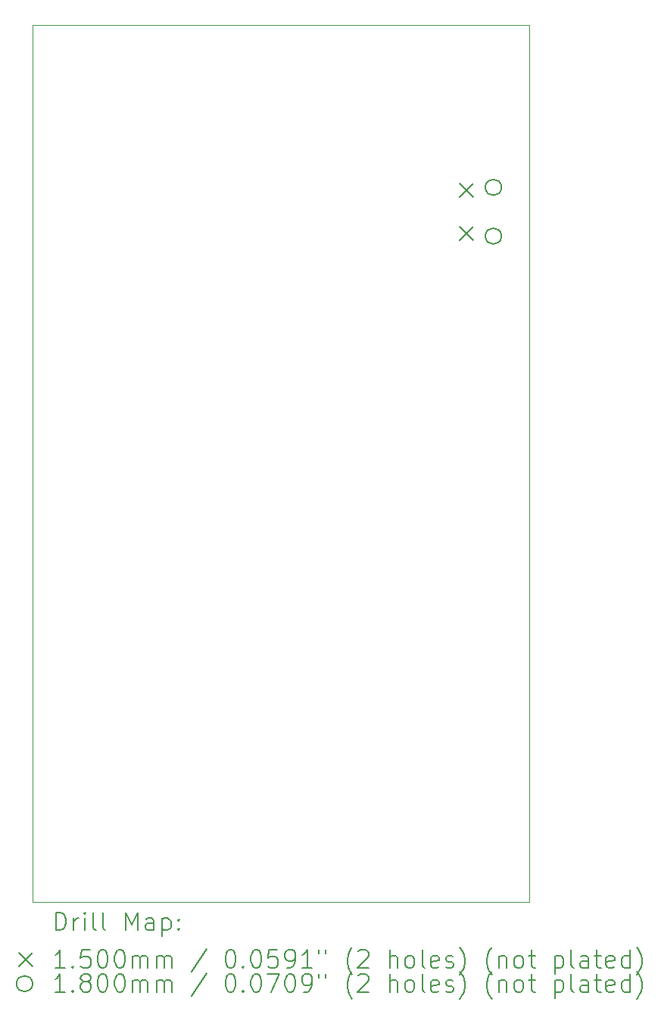
<source format=gbr>
%TF.GenerationSoftware,KiCad,Pcbnew,8.0.4*%
%TF.CreationDate,2024-08-21T22:32:37+02:00*%
%TF.ProjectId,pixxy,70697878-792e-46b6-9963-61645f706362,rev?*%
%TF.SameCoordinates,Original*%
%TF.FileFunction,Drillmap*%
%TF.FilePolarity,Positive*%
%FSLAX45Y45*%
G04 Gerber Fmt 4.5, Leading zero omitted, Abs format (unit mm)*
G04 Created by KiCad (PCBNEW 8.0.4) date 2024-08-21 22:32:37*
%MOMM*%
%LPD*%
G01*
G04 APERTURE LIST*
%ADD10C,0.050000*%
%ADD11C,0.200000*%
%ADD12C,0.150000*%
%ADD13C,0.180000*%
G04 APERTURE END LIST*
D10*
X4100000Y-3350000D02*
X9650000Y-3350000D01*
X9650000Y-13150000D01*
X4100000Y-13150000D01*
X4100000Y-3350000D01*
D11*
D12*
X8872000Y-5121500D02*
X9022000Y-5271500D01*
X9022000Y-5121500D02*
X8872000Y-5271500D01*
X8872000Y-5606500D02*
X9022000Y-5756500D01*
X9022000Y-5606500D02*
X8872000Y-5756500D01*
D13*
X9340000Y-5166500D02*
G75*
G02*
X9160000Y-5166500I-90000J0D01*
G01*
X9160000Y-5166500D02*
G75*
G02*
X9340000Y-5166500I90000J0D01*
G01*
X9340000Y-5711500D02*
G75*
G02*
X9160000Y-5711500I-90000J0D01*
G01*
X9160000Y-5711500D02*
G75*
G02*
X9340000Y-5711500I90000J0D01*
G01*
D11*
X4358277Y-13463984D02*
X4358277Y-13263984D01*
X4358277Y-13263984D02*
X4405896Y-13263984D01*
X4405896Y-13263984D02*
X4434467Y-13273508D01*
X4434467Y-13273508D02*
X4453515Y-13292555D01*
X4453515Y-13292555D02*
X4463039Y-13311603D01*
X4463039Y-13311603D02*
X4472563Y-13349698D01*
X4472563Y-13349698D02*
X4472563Y-13378269D01*
X4472563Y-13378269D02*
X4463039Y-13416365D01*
X4463039Y-13416365D02*
X4453515Y-13435412D01*
X4453515Y-13435412D02*
X4434467Y-13454460D01*
X4434467Y-13454460D02*
X4405896Y-13463984D01*
X4405896Y-13463984D02*
X4358277Y-13463984D01*
X4558277Y-13463984D02*
X4558277Y-13330650D01*
X4558277Y-13368746D02*
X4567801Y-13349698D01*
X4567801Y-13349698D02*
X4577324Y-13340174D01*
X4577324Y-13340174D02*
X4596372Y-13330650D01*
X4596372Y-13330650D02*
X4615420Y-13330650D01*
X4682086Y-13463984D02*
X4682086Y-13330650D01*
X4682086Y-13263984D02*
X4672563Y-13273508D01*
X4672563Y-13273508D02*
X4682086Y-13283031D01*
X4682086Y-13283031D02*
X4691610Y-13273508D01*
X4691610Y-13273508D02*
X4682086Y-13263984D01*
X4682086Y-13263984D02*
X4682086Y-13283031D01*
X4805896Y-13463984D02*
X4786848Y-13454460D01*
X4786848Y-13454460D02*
X4777324Y-13435412D01*
X4777324Y-13435412D02*
X4777324Y-13263984D01*
X4910658Y-13463984D02*
X4891610Y-13454460D01*
X4891610Y-13454460D02*
X4882086Y-13435412D01*
X4882086Y-13435412D02*
X4882086Y-13263984D01*
X5139229Y-13463984D02*
X5139229Y-13263984D01*
X5139229Y-13263984D02*
X5205896Y-13406841D01*
X5205896Y-13406841D02*
X5272563Y-13263984D01*
X5272563Y-13263984D02*
X5272563Y-13463984D01*
X5453515Y-13463984D02*
X5453515Y-13359222D01*
X5453515Y-13359222D02*
X5443991Y-13340174D01*
X5443991Y-13340174D02*
X5424944Y-13330650D01*
X5424944Y-13330650D02*
X5386848Y-13330650D01*
X5386848Y-13330650D02*
X5367801Y-13340174D01*
X5453515Y-13454460D02*
X5434467Y-13463984D01*
X5434467Y-13463984D02*
X5386848Y-13463984D01*
X5386848Y-13463984D02*
X5367801Y-13454460D01*
X5367801Y-13454460D02*
X5358277Y-13435412D01*
X5358277Y-13435412D02*
X5358277Y-13416365D01*
X5358277Y-13416365D02*
X5367801Y-13397317D01*
X5367801Y-13397317D02*
X5386848Y-13387793D01*
X5386848Y-13387793D02*
X5434467Y-13387793D01*
X5434467Y-13387793D02*
X5453515Y-13378269D01*
X5548753Y-13330650D02*
X5548753Y-13530650D01*
X5548753Y-13340174D02*
X5567801Y-13330650D01*
X5567801Y-13330650D02*
X5605896Y-13330650D01*
X5605896Y-13330650D02*
X5624943Y-13340174D01*
X5624943Y-13340174D02*
X5634467Y-13349698D01*
X5634467Y-13349698D02*
X5643991Y-13368746D01*
X5643991Y-13368746D02*
X5643991Y-13425888D01*
X5643991Y-13425888D02*
X5634467Y-13444936D01*
X5634467Y-13444936D02*
X5624943Y-13454460D01*
X5624943Y-13454460D02*
X5605896Y-13463984D01*
X5605896Y-13463984D02*
X5567801Y-13463984D01*
X5567801Y-13463984D02*
X5548753Y-13454460D01*
X5729705Y-13444936D02*
X5739229Y-13454460D01*
X5739229Y-13454460D02*
X5729705Y-13463984D01*
X5729705Y-13463984D02*
X5720182Y-13454460D01*
X5720182Y-13454460D02*
X5729705Y-13444936D01*
X5729705Y-13444936D02*
X5729705Y-13463984D01*
X5729705Y-13340174D02*
X5739229Y-13349698D01*
X5739229Y-13349698D02*
X5729705Y-13359222D01*
X5729705Y-13359222D02*
X5720182Y-13349698D01*
X5720182Y-13349698D02*
X5729705Y-13340174D01*
X5729705Y-13340174D02*
X5729705Y-13359222D01*
D12*
X3947500Y-13717500D02*
X4097500Y-13867500D01*
X4097500Y-13717500D02*
X3947500Y-13867500D01*
D11*
X4463039Y-13883984D02*
X4348753Y-13883984D01*
X4405896Y-13883984D02*
X4405896Y-13683984D01*
X4405896Y-13683984D02*
X4386848Y-13712555D01*
X4386848Y-13712555D02*
X4367801Y-13731603D01*
X4367801Y-13731603D02*
X4348753Y-13741127D01*
X4548753Y-13864936D02*
X4558277Y-13874460D01*
X4558277Y-13874460D02*
X4548753Y-13883984D01*
X4548753Y-13883984D02*
X4539229Y-13874460D01*
X4539229Y-13874460D02*
X4548753Y-13864936D01*
X4548753Y-13864936D02*
X4548753Y-13883984D01*
X4739229Y-13683984D02*
X4643991Y-13683984D01*
X4643991Y-13683984D02*
X4634467Y-13779222D01*
X4634467Y-13779222D02*
X4643991Y-13769698D01*
X4643991Y-13769698D02*
X4663039Y-13760174D01*
X4663039Y-13760174D02*
X4710658Y-13760174D01*
X4710658Y-13760174D02*
X4729705Y-13769698D01*
X4729705Y-13769698D02*
X4739229Y-13779222D01*
X4739229Y-13779222D02*
X4748753Y-13798269D01*
X4748753Y-13798269D02*
X4748753Y-13845888D01*
X4748753Y-13845888D02*
X4739229Y-13864936D01*
X4739229Y-13864936D02*
X4729705Y-13874460D01*
X4729705Y-13874460D02*
X4710658Y-13883984D01*
X4710658Y-13883984D02*
X4663039Y-13883984D01*
X4663039Y-13883984D02*
X4643991Y-13874460D01*
X4643991Y-13874460D02*
X4634467Y-13864936D01*
X4872563Y-13683984D02*
X4891610Y-13683984D01*
X4891610Y-13683984D02*
X4910658Y-13693508D01*
X4910658Y-13693508D02*
X4920182Y-13703031D01*
X4920182Y-13703031D02*
X4929705Y-13722079D01*
X4929705Y-13722079D02*
X4939229Y-13760174D01*
X4939229Y-13760174D02*
X4939229Y-13807793D01*
X4939229Y-13807793D02*
X4929705Y-13845888D01*
X4929705Y-13845888D02*
X4920182Y-13864936D01*
X4920182Y-13864936D02*
X4910658Y-13874460D01*
X4910658Y-13874460D02*
X4891610Y-13883984D01*
X4891610Y-13883984D02*
X4872563Y-13883984D01*
X4872563Y-13883984D02*
X4853515Y-13874460D01*
X4853515Y-13874460D02*
X4843991Y-13864936D01*
X4843991Y-13864936D02*
X4834467Y-13845888D01*
X4834467Y-13845888D02*
X4824944Y-13807793D01*
X4824944Y-13807793D02*
X4824944Y-13760174D01*
X4824944Y-13760174D02*
X4834467Y-13722079D01*
X4834467Y-13722079D02*
X4843991Y-13703031D01*
X4843991Y-13703031D02*
X4853515Y-13693508D01*
X4853515Y-13693508D02*
X4872563Y-13683984D01*
X5063039Y-13683984D02*
X5082086Y-13683984D01*
X5082086Y-13683984D02*
X5101134Y-13693508D01*
X5101134Y-13693508D02*
X5110658Y-13703031D01*
X5110658Y-13703031D02*
X5120182Y-13722079D01*
X5120182Y-13722079D02*
X5129705Y-13760174D01*
X5129705Y-13760174D02*
X5129705Y-13807793D01*
X5129705Y-13807793D02*
X5120182Y-13845888D01*
X5120182Y-13845888D02*
X5110658Y-13864936D01*
X5110658Y-13864936D02*
X5101134Y-13874460D01*
X5101134Y-13874460D02*
X5082086Y-13883984D01*
X5082086Y-13883984D02*
X5063039Y-13883984D01*
X5063039Y-13883984D02*
X5043991Y-13874460D01*
X5043991Y-13874460D02*
X5034467Y-13864936D01*
X5034467Y-13864936D02*
X5024944Y-13845888D01*
X5024944Y-13845888D02*
X5015420Y-13807793D01*
X5015420Y-13807793D02*
X5015420Y-13760174D01*
X5015420Y-13760174D02*
X5024944Y-13722079D01*
X5024944Y-13722079D02*
X5034467Y-13703031D01*
X5034467Y-13703031D02*
X5043991Y-13693508D01*
X5043991Y-13693508D02*
X5063039Y-13683984D01*
X5215420Y-13883984D02*
X5215420Y-13750650D01*
X5215420Y-13769698D02*
X5224944Y-13760174D01*
X5224944Y-13760174D02*
X5243991Y-13750650D01*
X5243991Y-13750650D02*
X5272563Y-13750650D01*
X5272563Y-13750650D02*
X5291610Y-13760174D01*
X5291610Y-13760174D02*
X5301134Y-13779222D01*
X5301134Y-13779222D02*
X5301134Y-13883984D01*
X5301134Y-13779222D02*
X5310658Y-13760174D01*
X5310658Y-13760174D02*
X5329705Y-13750650D01*
X5329705Y-13750650D02*
X5358277Y-13750650D01*
X5358277Y-13750650D02*
X5377325Y-13760174D01*
X5377325Y-13760174D02*
X5386848Y-13779222D01*
X5386848Y-13779222D02*
X5386848Y-13883984D01*
X5482086Y-13883984D02*
X5482086Y-13750650D01*
X5482086Y-13769698D02*
X5491610Y-13760174D01*
X5491610Y-13760174D02*
X5510658Y-13750650D01*
X5510658Y-13750650D02*
X5539229Y-13750650D01*
X5539229Y-13750650D02*
X5558277Y-13760174D01*
X5558277Y-13760174D02*
X5567801Y-13779222D01*
X5567801Y-13779222D02*
X5567801Y-13883984D01*
X5567801Y-13779222D02*
X5577325Y-13760174D01*
X5577325Y-13760174D02*
X5596372Y-13750650D01*
X5596372Y-13750650D02*
X5624943Y-13750650D01*
X5624943Y-13750650D02*
X5643991Y-13760174D01*
X5643991Y-13760174D02*
X5653515Y-13779222D01*
X5653515Y-13779222D02*
X5653515Y-13883984D01*
X6043991Y-13674460D02*
X5872563Y-13931603D01*
X6301134Y-13683984D02*
X6320182Y-13683984D01*
X6320182Y-13683984D02*
X6339229Y-13693508D01*
X6339229Y-13693508D02*
X6348753Y-13703031D01*
X6348753Y-13703031D02*
X6358277Y-13722079D01*
X6358277Y-13722079D02*
X6367801Y-13760174D01*
X6367801Y-13760174D02*
X6367801Y-13807793D01*
X6367801Y-13807793D02*
X6358277Y-13845888D01*
X6358277Y-13845888D02*
X6348753Y-13864936D01*
X6348753Y-13864936D02*
X6339229Y-13874460D01*
X6339229Y-13874460D02*
X6320182Y-13883984D01*
X6320182Y-13883984D02*
X6301134Y-13883984D01*
X6301134Y-13883984D02*
X6282086Y-13874460D01*
X6282086Y-13874460D02*
X6272563Y-13864936D01*
X6272563Y-13864936D02*
X6263039Y-13845888D01*
X6263039Y-13845888D02*
X6253515Y-13807793D01*
X6253515Y-13807793D02*
X6253515Y-13760174D01*
X6253515Y-13760174D02*
X6263039Y-13722079D01*
X6263039Y-13722079D02*
X6272563Y-13703031D01*
X6272563Y-13703031D02*
X6282086Y-13693508D01*
X6282086Y-13693508D02*
X6301134Y-13683984D01*
X6453515Y-13864936D02*
X6463039Y-13874460D01*
X6463039Y-13874460D02*
X6453515Y-13883984D01*
X6453515Y-13883984D02*
X6443991Y-13874460D01*
X6443991Y-13874460D02*
X6453515Y-13864936D01*
X6453515Y-13864936D02*
X6453515Y-13883984D01*
X6586848Y-13683984D02*
X6605896Y-13683984D01*
X6605896Y-13683984D02*
X6624944Y-13693508D01*
X6624944Y-13693508D02*
X6634467Y-13703031D01*
X6634467Y-13703031D02*
X6643991Y-13722079D01*
X6643991Y-13722079D02*
X6653515Y-13760174D01*
X6653515Y-13760174D02*
X6653515Y-13807793D01*
X6653515Y-13807793D02*
X6643991Y-13845888D01*
X6643991Y-13845888D02*
X6634467Y-13864936D01*
X6634467Y-13864936D02*
X6624944Y-13874460D01*
X6624944Y-13874460D02*
X6605896Y-13883984D01*
X6605896Y-13883984D02*
X6586848Y-13883984D01*
X6586848Y-13883984D02*
X6567801Y-13874460D01*
X6567801Y-13874460D02*
X6558277Y-13864936D01*
X6558277Y-13864936D02*
X6548753Y-13845888D01*
X6548753Y-13845888D02*
X6539229Y-13807793D01*
X6539229Y-13807793D02*
X6539229Y-13760174D01*
X6539229Y-13760174D02*
X6548753Y-13722079D01*
X6548753Y-13722079D02*
X6558277Y-13703031D01*
X6558277Y-13703031D02*
X6567801Y-13693508D01*
X6567801Y-13693508D02*
X6586848Y-13683984D01*
X6834467Y-13683984D02*
X6739229Y-13683984D01*
X6739229Y-13683984D02*
X6729706Y-13779222D01*
X6729706Y-13779222D02*
X6739229Y-13769698D01*
X6739229Y-13769698D02*
X6758277Y-13760174D01*
X6758277Y-13760174D02*
X6805896Y-13760174D01*
X6805896Y-13760174D02*
X6824944Y-13769698D01*
X6824944Y-13769698D02*
X6834467Y-13779222D01*
X6834467Y-13779222D02*
X6843991Y-13798269D01*
X6843991Y-13798269D02*
X6843991Y-13845888D01*
X6843991Y-13845888D02*
X6834467Y-13864936D01*
X6834467Y-13864936D02*
X6824944Y-13874460D01*
X6824944Y-13874460D02*
X6805896Y-13883984D01*
X6805896Y-13883984D02*
X6758277Y-13883984D01*
X6758277Y-13883984D02*
X6739229Y-13874460D01*
X6739229Y-13874460D02*
X6729706Y-13864936D01*
X6939229Y-13883984D02*
X6977325Y-13883984D01*
X6977325Y-13883984D02*
X6996372Y-13874460D01*
X6996372Y-13874460D02*
X7005896Y-13864936D01*
X7005896Y-13864936D02*
X7024944Y-13836365D01*
X7024944Y-13836365D02*
X7034467Y-13798269D01*
X7034467Y-13798269D02*
X7034467Y-13722079D01*
X7034467Y-13722079D02*
X7024944Y-13703031D01*
X7024944Y-13703031D02*
X7015420Y-13693508D01*
X7015420Y-13693508D02*
X6996372Y-13683984D01*
X6996372Y-13683984D02*
X6958277Y-13683984D01*
X6958277Y-13683984D02*
X6939229Y-13693508D01*
X6939229Y-13693508D02*
X6929706Y-13703031D01*
X6929706Y-13703031D02*
X6920182Y-13722079D01*
X6920182Y-13722079D02*
X6920182Y-13769698D01*
X6920182Y-13769698D02*
X6929706Y-13788746D01*
X6929706Y-13788746D02*
X6939229Y-13798269D01*
X6939229Y-13798269D02*
X6958277Y-13807793D01*
X6958277Y-13807793D02*
X6996372Y-13807793D01*
X6996372Y-13807793D02*
X7015420Y-13798269D01*
X7015420Y-13798269D02*
X7024944Y-13788746D01*
X7024944Y-13788746D02*
X7034467Y-13769698D01*
X7224944Y-13883984D02*
X7110658Y-13883984D01*
X7167801Y-13883984D02*
X7167801Y-13683984D01*
X7167801Y-13683984D02*
X7148753Y-13712555D01*
X7148753Y-13712555D02*
X7129706Y-13731603D01*
X7129706Y-13731603D02*
X7110658Y-13741127D01*
X7301134Y-13683984D02*
X7301134Y-13722079D01*
X7377325Y-13683984D02*
X7377325Y-13722079D01*
X7672563Y-13960174D02*
X7663039Y-13950650D01*
X7663039Y-13950650D02*
X7643991Y-13922079D01*
X7643991Y-13922079D02*
X7634468Y-13903031D01*
X7634468Y-13903031D02*
X7624944Y-13874460D01*
X7624944Y-13874460D02*
X7615420Y-13826841D01*
X7615420Y-13826841D02*
X7615420Y-13788746D01*
X7615420Y-13788746D02*
X7624944Y-13741127D01*
X7624944Y-13741127D02*
X7634468Y-13712555D01*
X7634468Y-13712555D02*
X7643991Y-13693508D01*
X7643991Y-13693508D02*
X7663039Y-13664936D01*
X7663039Y-13664936D02*
X7672563Y-13655412D01*
X7739229Y-13703031D02*
X7748753Y-13693508D01*
X7748753Y-13693508D02*
X7767801Y-13683984D01*
X7767801Y-13683984D02*
X7815420Y-13683984D01*
X7815420Y-13683984D02*
X7834468Y-13693508D01*
X7834468Y-13693508D02*
X7843991Y-13703031D01*
X7843991Y-13703031D02*
X7853515Y-13722079D01*
X7853515Y-13722079D02*
X7853515Y-13741127D01*
X7853515Y-13741127D02*
X7843991Y-13769698D01*
X7843991Y-13769698D02*
X7729706Y-13883984D01*
X7729706Y-13883984D02*
X7853515Y-13883984D01*
X8091610Y-13883984D02*
X8091610Y-13683984D01*
X8177325Y-13883984D02*
X8177325Y-13779222D01*
X8177325Y-13779222D02*
X8167801Y-13760174D01*
X8167801Y-13760174D02*
X8148753Y-13750650D01*
X8148753Y-13750650D02*
X8120182Y-13750650D01*
X8120182Y-13750650D02*
X8101134Y-13760174D01*
X8101134Y-13760174D02*
X8091610Y-13769698D01*
X8301134Y-13883984D02*
X8282087Y-13874460D01*
X8282087Y-13874460D02*
X8272563Y-13864936D01*
X8272563Y-13864936D02*
X8263039Y-13845888D01*
X8263039Y-13845888D02*
X8263039Y-13788746D01*
X8263039Y-13788746D02*
X8272563Y-13769698D01*
X8272563Y-13769698D02*
X8282087Y-13760174D01*
X8282087Y-13760174D02*
X8301134Y-13750650D01*
X8301134Y-13750650D02*
X8329706Y-13750650D01*
X8329706Y-13750650D02*
X8348753Y-13760174D01*
X8348753Y-13760174D02*
X8358277Y-13769698D01*
X8358277Y-13769698D02*
X8367801Y-13788746D01*
X8367801Y-13788746D02*
X8367801Y-13845888D01*
X8367801Y-13845888D02*
X8358277Y-13864936D01*
X8358277Y-13864936D02*
X8348753Y-13874460D01*
X8348753Y-13874460D02*
X8329706Y-13883984D01*
X8329706Y-13883984D02*
X8301134Y-13883984D01*
X8482087Y-13883984D02*
X8463039Y-13874460D01*
X8463039Y-13874460D02*
X8453515Y-13855412D01*
X8453515Y-13855412D02*
X8453515Y-13683984D01*
X8634468Y-13874460D02*
X8615420Y-13883984D01*
X8615420Y-13883984D02*
X8577325Y-13883984D01*
X8577325Y-13883984D02*
X8558277Y-13874460D01*
X8558277Y-13874460D02*
X8548753Y-13855412D01*
X8548753Y-13855412D02*
X8548753Y-13779222D01*
X8548753Y-13779222D02*
X8558277Y-13760174D01*
X8558277Y-13760174D02*
X8577325Y-13750650D01*
X8577325Y-13750650D02*
X8615420Y-13750650D01*
X8615420Y-13750650D02*
X8634468Y-13760174D01*
X8634468Y-13760174D02*
X8643992Y-13779222D01*
X8643992Y-13779222D02*
X8643992Y-13798269D01*
X8643992Y-13798269D02*
X8548753Y-13817317D01*
X8720182Y-13874460D02*
X8739230Y-13883984D01*
X8739230Y-13883984D02*
X8777325Y-13883984D01*
X8777325Y-13883984D02*
X8796373Y-13874460D01*
X8796373Y-13874460D02*
X8805896Y-13855412D01*
X8805896Y-13855412D02*
X8805896Y-13845888D01*
X8805896Y-13845888D02*
X8796373Y-13826841D01*
X8796373Y-13826841D02*
X8777325Y-13817317D01*
X8777325Y-13817317D02*
X8748753Y-13817317D01*
X8748753Y-13817317D02*
X8729706Y-13807793D01*
X8729706Y-13807793D02*
X8720182Y-13788746D01*
X8720182Y-13788746D02*
X8720182Y-13779222D01*
X8720182Y-13779222D02*
X8729706Y-13760174D01*
X8729706Y-13760174D02*
X8748753Y-13750650D01*
X8748753Y-13750650D02*
X8777325Y-13750650D01*
X8777325Y-13750650D02*
X8796373Y-13760174D01*
X8872563Y-13960174D02*
X8882087Y-13950650D01*
X8882087Y-13950650D02*
X8901134Y-13922079D01*
X8901134Y-13922079D02*
X8910658Y-13903031D01*
X8910658Y-13903031D02*
X8920182Y-13874460D01*
X8920182Y-13874460D02*
X8929706Y-13826841D01*
X8929706Y-13826841D02*
X8929706Y-13788746D01*
X8929706Y-13788746D02*
X8920182Y-13741127D01*
X8920182Y-13741127D02*
X8910658Y-13712555D01*
X8910658Y-13712555D02*
X8901134Y-13693508D01*
X8901134Y-13693508D02*
X8882087Y-13664936D01*
X8882087Y-13664936D02*
X8872563Y-13655412D01*
X9234468Y-13960174D02*
X9224944Y-13950650D01*
X9224944Y-13950650D02*
X9205896Y-13922079D01*
X9205896Y-13922079D02*
X9196373Y-13903031D01*
X9196373Y-13903031D02*
X9186849Y-13874460D01*
X9186849Y-13874460D02*
X9177325Y-13826841D01*
X9177325Y-13826841D02*
X9177325Y-13788746D01*
X9177325Y-13788746D02*
X9186849Y-13741127D01*
X9186849Y-13741127D02*
X9196373Y-13712555D01*
X9196373Y-13712555D02*
X9205896Y-13693508D01*
X9205896Y-13693508D02*
X9224944Y-13664936D01*
X9224944Y-13664936D02*
X9234468Y-13655412D01*
X9310658Y-13750650D02*
X9310658Y-13883984D01*
X9310658Y-13769698D02*
X9320182Y-13760174D01*
X9320182Y-13760174D02*
X9339230Y-13750650D01*
X9339230Y-13750650D02*
X9367801Y-13750650D01*
X9367801Y-13750650D02*
X9386849Y-13760174D01*
X9386849Y-13760174D02*
X9396373Y-13779222D01*
X9396373Y-13779222D02*
X9396373Y-13883984D01*
X9520182Y-13883984D02*
X9501134Y-13874460D01*
X9501134Y-13874460D02*
X9491611Y-13864936D01*
X9491611Y-13864936D02*
X9482087Y-13845888D01*
X9482087Y-13845888D02*
X9482087Y-13788746D01*
X9482087Y-13788746D02*
X9491611Y-13769698D01*
X9491611Y-13769698D02*
X9501134Y-13760174D01*
X9501134Y-13760174D02*
X9520182Y-13750650D01*
X9520182Y-13750650D02*
X9548754Y-13750650D01*
X9548754Y-13750650D02*
X9567801Y-13760174D01*
X9567801Y-13760174D02*
X9577325Y-13769698D01*
X9577325Y-13769698D02*
X9586849Y-13788746D01*
X9586849Y-13788746D02*
X9586849Y-13845888D01*
X9586849Y-13845888D02*
X9577325Y-13864936D01*
X9577325Y-13864936D02*
X9567801Y-13874460D01*
X9567801Y-13874460D02*
X9548754Y-13883984D01*
X9548754Y-13883984D02*
X9520182Y-13883984D01*
X9643992Y-13750650D02*
X9720182Y-13750650D01*
X9672563Y-13683984D02*
X9672563Y-13855412D01*
X9672563Y-13855412D02*
X9682087Y-13874460D01*
X9682087Y-13874460D02*
X9701134Y-13883984D01*
X9701134Y-13883984D02*
X9720182Y-13883984D01*
X9939230Y-13750650D02*
X9939230Y-13950650D01*
X9939230Y-13760174D02*
X9958277Y-13750650D01*
X9958277Y-13750650D02*
X9996373Y-13750650D01*
X9996373Y-13750650D02*
X10015420Y-13760174D01*
X10015420Y-13760174D02*
X10024944Y-13769698D01*
X10024944Y-13769698D02*
X10034468Y-13788746D01*
X10034468Y-13788746D02*
X10034468Y-13845888D01*
X10034468Y-13845888D02*
X10024944Y-13864936D01*
X10024944Y-13864936D02*
X10015420Y-13874460D01*
X10015420Y-13874460D02*
X9996373Y-13883984D01*
X9996373Y-13883984D02*
X9958277Y-13883984D01*
X9958277Y-13883984D02*
X9939230Y-13874460D01*
X10148754Y-13883984D02*
X10129706Y-13874460D01*
X10129706Y-13874460D02*
X10120182Y-13855412D01*
X10120182Y-13855412D02*
X10120182Y-13683984D01*
X10310658Y-13883984D02*
X10310658Y-13779222D01*
X10310658Y-13779222D02*
X10301135Y-13760174D01*
X10301135Y-13760174D02*
X10282087Y-13750650D01*
X10282087Y-13750650D02*
X10243992Y-13750650D01*
X10243992Y-13750650D02*
X10224944Y-13760174D01*
X10310658Y-13874460D02*
X10291611Y-13883984D01*
X10291611Y-13883984D02*
X10243992Y-13883984D01*
X10243992Y-13883984D02*
X10224944Y-13874460D01*
X10224944Y-13874460D02*
X10215420Y-13855412D01*
X10215420Y-13855412D02*
X10215420Y-13836365D01*
X10215420Y-13836365D02*
X10224944Y-13817317D01*
X10224944Y-13817317D02*
X10243992Y-13807793D01*
X10243992Y-13807793D02*
X10291611Y-13807793D01*
X10291611Y-13807793D02*
X10310658Y-13798269D01*
X10377325Y-13750650D02*
X10453515Y-13750650D01*
X10405896Y-13683984D02*
X10405896Y-13855412D01*
X10405896Y-13855412D02*
X10415420Y-13874460D01*
X10415420Y-13874460D02*
X10434468Y-13883984D01*
X10434468Y-13883984D02*
X10453515Y-13883984D01*
X10596373Y-13874460D02*
X10577325Y-13883984D01*
X10577325Y-13883984D02*
X10539230Y-13883984D01*
X10539230Y-13883984D02*
X10520182Y-13874460D01*
X10520182Y-13874460D02*
X10510658Y-13855412D01*
X10510658Y-13855412D02*
X10510658Y-13779222D01*
X10510658Y-13779222D02*
X10520182Y-13760174D01*
X10520182Y-13760174D02*
X10539230Y-13750650D01*
X10539230Y-13750650D02*
X10577325Y-13750650D01*
X10577325Y-13750650D02*
X10596373Y-13760174D01*
X10596373Y-13760174D02*
X10605896Y-13779222D01*
X10605896Y-13779222D02*
X10605896Y-13798269D01*
X10605896Y-13798269D02*
X10510658Y-13817317D01*
X10777325Y-13883984D02*
X10777325Y-13683984D01*
X10777325Y-13874460D02*
X10758277Y-13883984D01*
X10758277Y-13883984D02*
X10720182Y-13883984D01*
X10720182Y-13883984D02*
X10701135Y-13874460D01*
X10701135Y-13874460D02*
X10691611Y-13864936D01*
X10691611Y-13864936D02*
X10682087Y-13845888D01*
X10682087Y-13845888D02*
X10682087Y-13788746D01*
X10682087Y-13788746D02*
X10691611Y-13769698D01*
X10691611Y-13769698D02*
X10701135Y-13760174D01*
X10701135Y-13760174D02*
X10720182Y-13750650D01*
X10720182Y-13750650D02*
X10758277Y-13750650D01*
X10758277Y-13750650D02*
X10777325Y-13760174D01*
X10853516Y-13960174D02*
X10863039Y-13950650D01*
X10863039Y-13950650D02*
X10882087Y-13922079D01*
X10882087Y-13922079D02*
X10891611Y-13903031D01*
X10891611Y-13903031D02*
X10901135Y-13874460D01*
X10901135Y-13874460D02*
X10910658Y-13826841D01*
X10910658Y-13826841D02*
X10910658Y-13788746D01*
X10910658Y-13788746D02*
X10901135Y-13741127D01*
X10901135Y-13741127D02*
X10891611Y-13712555D01*
X10891611Y-13712555D02*
X10882087Y-13693508D01*
X10882087Y-13693508D02*
X10863039Y-13664936D01*
X10863039Y-13664936D02*
X10853516Y-13655412D01*
D13*
X4097500Y-14062500D02*
G75*
G02*
X3917500Y-14062500I-90000J0D01*
G01*
X3917500Y-14062500D02*
G75*
G02*
X4097500Y-14062500I90000J0D01*
G01*
D11*
X4463039Y-14153984D02*
X4348753Y-14153984D01*
X4405896Y-14153984D02*
X4405896Y-13953984D01*
X4405896Y-13953984D02*
X4386848Y-13982555D01*
X4386848Y-13982555D02*
X4367801Y-14001603D01*
X4367801Y-14001603D02*
X4348753Y-14011127D01*
X4548753Y-14134936D02*
X4558277Y-14144460D01*
X4558277Y-14144460D02*
X4548753Y-14153984D01*
X4548753Y-14153984D02*
X4539229Y-14144460D01*
X4539229Y-14144460D02*
X4548753Y-14134936D01*
X4548753Y-14134936D02*
X4548753Y-14153984D01*
X4672563Y-14039698D02*
X4653515Y-14030174D01*
X4653515Y-14030174D02*
X4643991Y-14020650D01*
X4643991Y-14020650D02*
X4634467Y-14001603D01*
X4634467Y-14001603D02*
X4634467Y-13992079D01*
X4634467Y-13992079D02*
X4643991Y-13973031D01*
X4643991Y-13973031D02*
X4653515Y-13963508D01*
X4653515Y-13963508D02*
X4672563Y-13953984D01*
X4672563Y-13953984D02*
X4710658Y-13953984D01*
X4710658Y-13953984D02*
X4729705Y-13963508D01*
X4729705Y-13963508D02*
X4739229Y-13973031D01*
X4739229Y-13973031D02*
X4748753Y-13992079D01*
X4748753Y-13992079D02*
X4748753Y-14001603D01*
X4748753Y-14001603D02*
X4739229Y-14020650D01*
X4739229Y-14020650D02*
X4729705Y-14030174D01*
X4729705Y-14030174D02*
X4710658Y-14039698D01*
X4710658Y-14039698D02*
X4672563Y-14039698D01*
X4672563Y-14039698D02*
X4653515Y-14049222D01*
X4653515Y-14049222D02*
X4643991Y-14058746D01*
X4643991Y-14058746D02*
X4634467Y-14077793D01*
X4634467Y-14077793D02*
X4634467Y-14115888D01*
X4634467Y-14115888D02*
X4643991Y-14134936D01*
X4643991Y-14134936D02*
X4653515Y-14144460D01*
X4653515Y-14144460D02*
X4672563Y-14153984D01*
X4672563Y-14153984D02*
X4710658Y-14153984D01*
X4710658Y-14153984D02*
X4729705Y-14144460D01*
X4729705Y-14144460D02*
X4739229Y-14134936D01*
X4739229Y-14134936D02*
X4748753Y-14115888D01*
X4748753Y-14115888D02*
X4748753Y-14077793D01*
X4748753Y-14077793D02*
X4739229Y-14058746D01*
X4739229Y-14058746D02*
X4729705Y-14049222D01*
X4729705Y-14049222D02*
X4710658Y-14039698D01*
X4872563Y-13953984D02*
X4891610Y-13953984D01*
X4891610Y-13953984D02*
X4910658Y-13963508D01*
X4910658Y-13963508D02*
X4920182Y-13973031D01*
X4920182Y-13973031D02*
X4929705Y-13992079D01*
X4929705Y-13992079D02*
X4939229Y-14030174D01*
X4939229Y-14030174D02*
X4939229Y-14077793D01*
X4939229Y-14077793D02*
X4929705Y-14115888D01*
X4929705Y-14115888D02*
X4920182Y-14134936D01*
X4920182Y-14134936D02*
X4910658Y-14144460D01*
X4910658Y-14144460D02*
X4891610Y-14153984D01*
X4891610Y-14153984D02*
X4872563Y-14153984D01*
X4872563Y-14153984D02*
X4853515Y-14144460D01*
X4853515Y-14144460D02*
X4843991Y-14134936D01*
X4843991Y-14134936D02*
X4834467Y-14115888D01*
X4834467Y-14115888D02*
X4824944Y-14077793D01*
X4824944Y-14077793D02*
X4824944Y-14030174D01*
X4824944Y-14030174D02*
X4834467Y-13992079D01*
X4834467Y-13992079D02*
X4843991Y-13973031D01*
X4843991Y-13973031D02*
X4853515Y-13963508D01*
X4853515Y-13963508D02*
X4872563Y-13953984D01*
X5063039Y-13953984D02*
X5082086Y-13953984D01*
X5082086Y-13953984D02*
X5101134Y-13963508D01*
X5101134Y-13963508D02*
X5110658Y-13973031D01*
X5110658Y-13973031D02*
X5120182Y-13992079D01*
X5120182Y-13992079D02*
X5129705Y-14030174D01*
X5129705Y-14030174D02*
X5129705Y-14077793D01*
X5129705Y-14077793D02*
X5120182Y-14115888D01*
X5120182Y-14115888D02*
X5110658Y-14134936D01*
X5110658Y-14134936D02*
X5101134Y-14144460D01*
X5101134Y-14144460D02*
X5082086Y-14153984D01*
X5082086Y-14153984D02*
X5063039Y-14153984D01*
X5063039Y-14153984D02*
X5043991Y-14144460D01*
X5043991Y-14144460D02*
X5034467Y-14134936D01*
X5034467Y-14134936D02*
X5024944Y-14115888D01*
X5024944Y-14115888D02*
X5015420Y-14077793D01*
X5015420Y-14077793D02*
X5015420Y-14030174D01*
X5015420Y-14030174D02*
X5024944Y-13992079D01*
X5024944Y-13992079D02*
X5034467Y-13973031D01*
X5034467Y-13973031D02*
X5043991Y-13963508D01*
X5043991Y-13963508D02*
X5063039Y-13953984D01*
X5215420Y-14153984D02*
X5215420Y-14020650D01*
X5215420Y-14039698D02*
X5224944Y-14030174D01*
X5224944Y-14030174D02*
X5243991Y-14020650D01*
X5243991Y-14020650D02*
X5272563Y-14020650D01*
X5272563Y-14020650D02*
X5291610Y-14030174D01*
X5291610Y-14030174D02*
X5301134Y-14049222D01*
X5301134Y-14049222D02*
X5301134Y-14153984D01*
X5301134Y-14049222D02*
X5310658Y-14030174D01*
X5310658Y-14030174D02*
X5329705Y-14020650D01*
X5329705Y-14020650D02*
X5358277Y-14020650D01*
X5358277Y-14020650D02*
X5377325Y-14030174D01*
X5377325Y-14030174D02*
X5386848Y-14049222D01*
X5386848Y-14049222D02*
X5386848Y-14153984D01*
X5482086Y-14153984D02*
X5482086Y-14020650D01*
X5482086Y-14039698D02*
X5491610Y-14030174D01*
X5491610Y-14030174D02*
X5510658Y-14020650D01*
X5510658Y-14020650D02*
X5539229Y-14020650D01*
X5539229Y-14020650D02*
X5558277Y-14030174D01*
X5558277Y-14030174D02*
X5567801Y-14049222D01*
X5567801Y-14049222D02*
X5567801Y-14153984D01*
X5567801Y-14049222D02*
X5577325Y-14030174D01*
X5577325Y-14030174D02*
X5596372Y-14020650D01*
X5596372Y-14020650D02*
X5624943Y-14020650D01*
X5624943Y-14020650D02*
X5643991Y-14030174D01*
X5643991Y-14030174D02*
X5653515Y-14049222D01*
X5653515Y-14049222D02*
X5653515Y-14153984D01*
X6043991Y-13944460D02*
X5872563Y-14201603D01*
X6301134Y-13953984D02*
X6320182Y-13953984D01*
X6320182Y-13953984D02*
X6339229Y-13963508D01*
X6339229Y-13963508D02*
X6348753Y-13973031D01*
X6348753Y-13973031D02*
X6358277Y-13992079D01*
X6358277Y-13992079D02*
X6367801Y-14030174D01*
X6367801Y-14030174D02*
X6367801Y-14077793D01*
X6367801Y-14077793D02*
X6358277Y-14115888D01*
X6358277Y-14115888D02*
X6348753Y-14134936D01*
X6348753Y-14134936D02*
X6339229Y-14144460D01*
X6339229Y-14144460D02*
X6320182Y-14153984D01*
X6320182Y-14153984D02*
X6301134Y-14153984D01*
X6301134Y-14153984D02*
X6282086Y-14144460D01*
X6282086Y-14144460D02*
X6272563Y-14134936D01*
X6272563Y-14134936D02*
X6263039Y-14115888D01*
X6263039Y-14115888D02*
X6253515Y-14077793D01*
X6253515Y-14077793D02*
X6253515Y-14030174D01*
X6253515Y-14030174D02*
X6263039Y-13992079D01*
X6263039Y-13992079D02*
X6272563Y-13973031D01*
X6272563Y-13973031D02*
X6282086Y-13963508D01*
X6282086Y-13963508D02*
X6301134Y-13953984D01*
X6453515Y-14134936D02*
X6463039Y-14144460D01*
X6463039Y-14144460D02*
X6453515Y-14153984D01*
X6453515Y-14153984D02*
X6443991Y-14144460D01*
X6443991Y-14144460D02*
X6453515Y-14134936D01*
X6453515Y-14134936D02*
X6453515Y-14153984D01*
X6586848Y-13953984D02*
X6605896Y-13953984D01*
X6605896Y-13953984D02*
X6624944Y-13963508D01*
X6624944Y-13963508D02*
X6634467Y-13973031D01*
X6634467Y-13973031D02*
X6643991Y-13992079D01*
X6643991Y-13992079D02*
X6653515Y-14030174D01*
X6653515Y-14030174D02*
X6653515Y-14077793D01*
X6653515Y-14077793D02*
X6643991Y-14115888D01*
X6643991Y-14115888D02*
X6634467Y-14134936D01*
X6634467Y-14134936D02*
X6624944Y-14144460D01*
X6624944Y-14144460D02*
X6605896Y-14153984D01*
X6605896Y-14153984D02*
X6586848Y-14153984D01*
X6586848Y-14153984D02*
X6567801Y-14144460D01*
X6567801Y-14144460D02*
X6558277Y-14134936D01*
X6558277Y-14134936D02*
X6548753Y-14115888D01*
X6548753Y-14115888D02*
X6539229Y-14077793D01*
X6539229Y-14077793D02*
X6539229Y-14030174D01*
X6539229Y-14030174D02*
X6548753Y-13992079D01*
X6548753Y-13992079D02*
X6558277Y-13973031D01*
X6558277Y-13973031D02*
X6567801Y-13963508D01*
X6567801Y-13963508D02*
X6586848Y-13953984D01*
X6720182Y-13953984D02*
X6853515Y-13953984D01*
X6853515Y-13953984D02*
X6767801Y-14153984D01*
X6967801Y-13953984D02*
X6986848Y-13953984D01*
X6986848Y-13953984D02*
X7005896Y-13963508D01*
X7005896Y-13963508D02*
X7015420Y-13973031D01*
X7015420Y-13973031D02*
X7024944Y-13992079D01*
X7024944Y-13992079D02*
X7034467Y-14030174D01*
X7034467Y-14030174D02*
X7034467Y-14077793D01*
X7034467Y-14077793D02*
X7024944Y-14115888D01*
X7024944Y-14115888D02*
X7015420Y-14134936D01*
X7015420Y-14134936D02*
X7005896Y-14144460D01*
X7005896Y-14144460D02*
X6986848Y-14153984D01*
X6986848Y-14153984D02*
X6967801Y-14153984D01*
X6967801Y-14153984D02*
X6948753Y-14144460D01*
X6948753Y-14144460D02*
X6939229Y-14134936D01*
X6939229Y-14134936D02*
X6929706Y-14115888D01*
X6929706Y-14115888D02*
X6920182Y-14077793D01*
X6920182Y-14077793D02*
X6920182Y-14030174D01*
X6920182Y-14030174D02*
X6929706Y-13992079D01*
X6929706Y-13992079D02*
X6939229Y-13973031D01*
X6939229Y-13973031D02*
X6948753Y-13963508D01*
X6948753Y-13963508D02*
X6967801Y-13953984D01*
X7129706Y-14153984D02*
X7167801Y-14153984D01*
X7167801Y-14153984D02*
X7186848Y-14144460D01*
X7186848Y-14144460D02*
X7196372Y-14134936D01*
X7196372Y-14134936D02*
X7215420Y-14106365D01*
X7215420Y-14106365D02*
X7224944Y-14068269D01*
X7224944Y-14068269D02*
X7224944Y-13992079D01*
X7224944Y-13992079D02*
X7215420Y-13973031D01*
X7215420Y-13973031D02*
X7205896Y-13963508D01*
X7205896Y-13963508D02*
X7186848Y-13953984D01*
X7186848Y-13953984D02*
X7148753Y-13953984D01*
X7148753Y-13953984D02*
X7129706Y-13963508D01*
X7129706Y-13963508D02*
X7120182Y-13973031D01*
X7120182Y-13973031D02*
X7110658Y-13992079D01*
X7110658Y-13992079D02*
X7110658Y-14039698D01*
X7110658Y-14039698D02*
X7120182Y-14058746D01*
X7120182Y-14058746D02*
X7129706Y-14068269D01*
X7129706Y-14068269D02*
X7148753Y-14077793D01*
X7148753Y-14077793D02*
X7186848Y-14077793D01*
X7186848Y-14077793D02*
X7205896Y-14068269D01*
X7205896Y-14068269D02*
X7215420Y-14058746D01*
X7215420Y-14058746D02*
X7224944Y-14039698D01*
X7301134Y-13953984D02*
X7301134Y-13992079D01*
X7377325Y-13953984D02*
X7377325Y-13992079D01*
X7672563Y-14230174D02*
X7663039Y-14220650D01*
X7663039Y-14220650D02*
X7643991Y-14192079D01*
X7643991Y-14192079D02*
X7634468Y-14173031D01*
X7634468Y-14173031D02*
X7624944Y-14144460D01*
X7624944Y-14144460D02*
X7615420Y-14096841D01*
X7615420Y-14096841D02*
X7615420Y-14058746D01*
X7615420Y-14058746D02*
X7624944Y-14011127D01*
X7624944Y-14011127D02*
X7634468Y-13982555D01*
X7634468Y-13982555D02*
X7643991Y-13963508D01*
X7643991Y-13963508D02*
X7663039Y-13934936D01*
X7663039Y-13934936D02*
X7672563Y-13925412D01*
X7739229Y-13973031D02*
X7748753Y-13963508D01*
X7748753Y-13963508D02*
X7767801Y-13953984D01*
X7767801Y-13953984D02*
X7815420Y-13953984D01*
X7815420Y-13953984D02*
X7834468Y-13963508D01*
X7834468Y-13963508D02*
X7843991Y-13973031D01*
X7843991Y-13973031D02*
X7853515Y-13992079D01*
X7853515Y-13992079D02*
X7853515Y-14011127D01*
X7853515Y-14011127D02*
X7843991Y-14039698D01*
X7843991Y-14039698D02*
X7729706Y-14153984D01*
X7729706Y-14153984D02*
X7853515Y-14153984D01*
X8091610Y-14153984D02*
X8091610Y-13953984D01*
X8177325Y-14153984D02*
X8177325Y-14049222D01*
X8177325Y-14049222D02*
X8167801Y-14030174D01*
X8167801Y-14030174D02*
X8148753Y-14020650D01*
X8148753Y-14020650D02*
X8120182Y-14020650D01*
X8120182Y-14020650D02*
X8101134Y-14030174D01*
X8101134Y-14030174D02*
X8091610Y-14039698D01*
X8301134Y-14153984D02*
X8282087Y-14144460D01*
X8282087Y-14144460D02*
X8272563Y-14134936D01*
X8272563Y-14134936D02*
X8263039Y-14115888D01*
X8263039Y-14115888D02*
X8263039Y-14058746D01*
X8263039Y-14058746D02*
X8272563Y-14039698D01*
X8272563Y-14039698D02*
X8282087Y-14030174D01*
X8282087Y-14030174D02*
X8301134Y-14020650D01*
X8301134Y-14020650D02*
X8329706Y-14020650D01*
X8329706Y-14020650D02*
X8348753Y-14030174D01*
X8348753Y-14030174D02*
X8358277Y-14039698D01*
X8358277Y-14039698D02*
X8367801Y-14058746D01*
X8367801Y-14058746D02*
X8367801Y-14115888D01*
X8367801Y-14115888D02*
X8358277Y-14134936D01*
X8358277Y-14134936D02*
X8348753Y-14144460D01*
X8348753Y-14144460D02*
X8329706Y-14153984D01*
X8329706Y-14153984D02*
X8301134Y-14153984D01*
X8482087Y-14153984D02*
X8463039Y-14144460D01*
X8463039Y-14144460D02*
X8453515Y-14125412D01*
X8453515Y-14125412D02*
X8453515Y-13953984D01*
X8634468Y-14144460D02*
X8615420Y-14153984D01*
X8615420Y-14153984D02*
X8577325Y-14153984D01*
X8577325Y-14153984D02*
X8558277Y-14144460D01*
X8558277Y-14144460D02*
X8548753Y-14125412D01*
X8548753Y-14125412D02*
X8548753Y-14049222D01*
X8548753Y-14049222D02*
X8558277Y-14030174D01*
X8558277Y-14030174D02*
X8577325Y-14020650D01*
X8577325Y-14020650D02*
X8615420Y-14020650D01*
X8615420Y-14020650D02*
X8634468Y-14030174D01*
X8634468Y-14030174D02*
X8643992Y-14049222D01*
X8643992Y-14049222D02*
X8643992Y-14068269D01*
X8643992Y-14068269D02*
X8548753Y-14087317D01*
X8720182Y-14144460D02*
X8739230Y-14153984D01*
X8739230Y-14153984D02*
X8777325Y-14153984D01*
X8777325Y-14153984D02*
X8796373Y-14144460D01*
X8796373Y-14144460D02*
X8805896Y-14125412D01*
X8805896Y-14125412D02*
X8805896Y-14115888D01*
X8805896Y-14115888D02*
X8796373Y-14096841D01*
X8796373Y-14096841D02*
X8777325Y-14087317D01*
X8777325Y-14087317D02*
X8748753Y-14087317D01*
X8748753Y-14087317D02*
X8729706Y-14077793D01*
X8729706Y-14077793D02*
X8720182Y-14058746D01*
X8720182Y-14058746D02*
X8720182Y-14049222D01*
X8720182Y-14049222D02*
X8729706Y-14030174D01*
X8729706Y-14030174D02*
X8748753Y-14020650D01*
X8748753Y-14020650D02*
X8777325Y-14020650D01*
X8777325Y-14020650D02*
X8796373Y-14030174D01*
X8872563Y-14230174D02*
X8882087Y-14220650D01*
X8882087Y-14220650D02*
X8901134Y-14192079D01*
X8901134Y-14192079D02*
X8910658Y-14173031D01*
X8910658Y-14173031D02*
X8920182Y-14144460D01*
X8920182Y-14144460D02*
X8929706Y-14096841D01*
X8929706Y-14096841D02*
X8929706Y-14058746D01*
X8929706Y-14058746D02*
X8920182Y-14011127D01*
X8920182Y-14011127D02*
X8910658Y-13982555D01*
X8910658Y-13982555D02*
X8901134Y-13963508D01*
X8901134Y-13963508D02*
X8882087Y-13934936D01*
X8882087Y-13934936D02*
X8872563Y-13925412D01*
X9234468Y-14230174D02*
X9224944Y-14220650D01*
X9224944Y-14220650D02*
X9205896Y-14192079D01*
X9205896Y-14192079D02*
X9196373Y-14173031D01*
X9196373Y-14173031D02*
X9186849Y-14144460D01*
X9186849Y-14144460D02*
X9177325Y-14096841D01*
X9177325Y-14096841D02*
X9177325Y-14058746D01*
X9177325Y-14058746D02*
X9186849Y-14011127D01*
X9186849Y-14011127D02*
X9196373Y-13982555D01*
X9196373Y-13982555D02*
X9205896Y-13963508D01*
X9205896Y-13963508D02*
X9224944Y-13934936D01*
X9224944Y-13934936D02*
X9234468Y-13925412D01*
X9310658Y-14020650D02*
X9310658Y-14153984D01*
X9310658Y-14039698D02*
X9320182Y-14030174D01*
X9320182Y-14030174D02*
X9339230Y-14020650D01*
X9339230Y-14020650D02*
X9367801Y-14020650D01*
X9367801Y-14020650D02*
X9386849Y-14030174D01*
X9386849Y-14030174D02*
X9396373Y-14049222D01*
X9396373Y-14049222D02*
X9396373Y-14153984D01*
X9520182Y-14153984D02*
X9501134Y-14144460D01*
X9501134Y-14144460D02*
X9491611Y-14134936D01*
X9491611Y-14134936D02*
X9482087Y-14115888D01*
X9482087Y-14115888D02*
X9482087Y-14058746D01*
X9482087Y-14058746D02*
X9491611Y-14039698D01*
X9491611Y-14039698D02*
X9501134Y-14030174D01*
X9501134Y-14030174D02*
X9520182Y-14020650D01*
X9520182Y-14020650D02*
X9548754Y-14020650D01*
X9548754Y-14020650D02*
X9567801Y-14030174D01*
X9567801Y-14030174D02*
X9577325Y-14039698D01*
X9577325Y-14039698D02*
X9586849Y-14058746D01*
X9586849Y-14058746D02*
X9586849Y-14115888D01*
X9586849Y-14115888D02*
X9577325Y-14134936D01*
X9577325Y-14134936D02*
X9567801Y-14144460D01*
X9567801Y-14144460D02*
X9548754Y-14153984D01*
X9548754Y-14153984D02*
X9520182Y-14153984D01*
X9643992Y-14020650D02*
X9720182Y-14020650D01*
X9672563Y-13953984D02*
X9672563Y-14125412D01*
X9672563Y-14125412D02*
X9682087Y-14144460D01*
X9682087Y-14144460D02*
X9701134Y-14153984D01*
X9701134Y-14153984D02*
X9720182Y-14153984D01*
X9939230Y-14020650D02*
X9939230Y-14220650D01*
X9939230Y-14030174D02*
X9958277Y-14020650D01*
X9958277Y-14020650D02*
X9996373Y-14020650D01*
X9996373Y-14020650D02*
X10015420Y-14030174D01*
X10015420Y-14030174D02*
X10024944Y-14039698D01*
X10024944Y-14039698D02*
X10034468Y-14058746D01*
X10034468Y-14058746D02*
X10034468Y-14115888D01*
X10034468Y-14115888D02*
X10024944Y-14134936D01*
X10024944Y-14134936D02*
X10015420Y-14144460D01*
X10015420Y-14144460D02*
X9996373Y-14153984D01*
X9996373Y-14153984D02*
X9958277Y-14153984D01*
X9958277Y-14153984D02*
X9939230Y-14144460D01*
X10148754Y-14153984D02*
X10129706Y-14144460D01*
X10129706Y-14144460D02*
X10120182Y-14125412D01*
X10120182Y-14125412D02*
X10120182Y-13953984D01*
X10310658Y-14153984D02*
X10310658Y-14049222D01*
X10310658Y-14049222D02*
X10301135Y-14030174D01*
X10301135Y-14030174D02*
X10282087Y-14020650D01*
X10282087Y-14020650D02*
X10243992Y-14020650D01*
X10243992Y-14020650D02*
X10224944Y-14030174D01*
X10310658Y-14144460D02*
X10291611Y-14153984D01*
X10291611Y-14153984D02*
X10243992Y-14153984D01*
X10243992Y-14153984D02*
X10224944Y-14144460D01*
X10224944Y-14144460D02*
X10215420Y-14125412D01*
X10215420Y-14125412D02*
X10215420Y-14106365D01*
X10215420Y-14106365D02*
X10224944Y-14087317D01*
X10224944Y-14087317D02*
X10243992Y-14077793D01*
X10243992Y-14077793D02*
X10291611Y-14077793D01*
X10291611Y-14077793D02*
X10310658Y-14068269D01*
X10377325Y-14020650D02*
X10453515Y-14020650D01*
X10405896Y-13953984D02*
X10405896Y-14125412D01*
X10405896Y-14125412D02*
X10415420Y-14144460D01*
X10415420Y-14144460D02*
X10434468Y-14153984D01*
X10434468Y-14153984D02*
X10453515Y-14153984D01*
X10596373Y-14144460D02*
X10577325Y-14153984D01*
X10577325Y-14153984D02*
X10539230Y-14153984D01*
X10539230Y-14153984D02*
X10520182Y-14144460D01*
X10520182Y-14144460D02*
X10510658Y-14125412D01*
X10510658Y-14125412D02*
X10510658Y-14049222D01*
X10510658Y-14049222D02*
X10520182Y-14030174D01*
X10520182Y-14030174D02*
X10539230Y-14020650D01*
X10539230Y-14020650D02*
X10577325Y-14020650D01*
X10577325Y-14020650D02*
X10596373Y-14030174D01*
X10596373Y-14030174D02*
X10605896Y-14049222D01*
X10605896Y-14049222D02*
X10605896Y-14068269D01*
X10605896Y-14068269D02*
X10510658Y-14087317D01*
X10777325Y-14153984D02*
X10777325Y-13953984D01*
X10777325Y-14144460D02*
X10758277Y-14153984D01*
X10758277Y-14153984D02*
X10720182Y-14153984D01*
X10720182Y-14153984D02*
X10701135Y-14144460D01*
X10701135Y-14144460D02*
X10691611Y-14134936D01*
X10691611Y-14134936D02*
X10682087Y-14115888D01*
X10682087Y-14115888D02*
X10682087Y-14058746D01*
X10682087Y-14058746D02*
X10691611Y-14039698D01*
X10691611Y-14039698D02*
X10701135Y-14030174D01*
X10701135Y-14030174D02*
X10720182Y-14020650D01*
X10720182Y-14020650D02*
X10758277Y-14020650D01*
X10758277Y-14020650D02*
X10777325Y-14030174D01*
X10853516Y-14230174D02*
X10863039Y-14220650D01*
X10863039Y-14220650D02*
X10882087Y-14192079D01*
X10882087Y-14192079D02*
X10891611Y-14173031D01*
X10891611Y-14173031D02*
X10901135Y-14144460D01*
X10901135Y-14144460D02*
X10910658Y-14096841D01*
X10910658Y-14096841D02*
X10910658Y-14058746D01*
X10910658Y-14058746D02*
X10901135Y-14011127D01*
X10901135Y-14011127D02*
X10891611Y-13982555D01*
X10891611Y-13982555D02*
X10882087Y-13963508D01*
X10882087Y-13963508D02*
X10863039Y-13934936D01*
X10863039Y-13934936D02*
X10853516Y-13925412D01*
M02*

</source>
